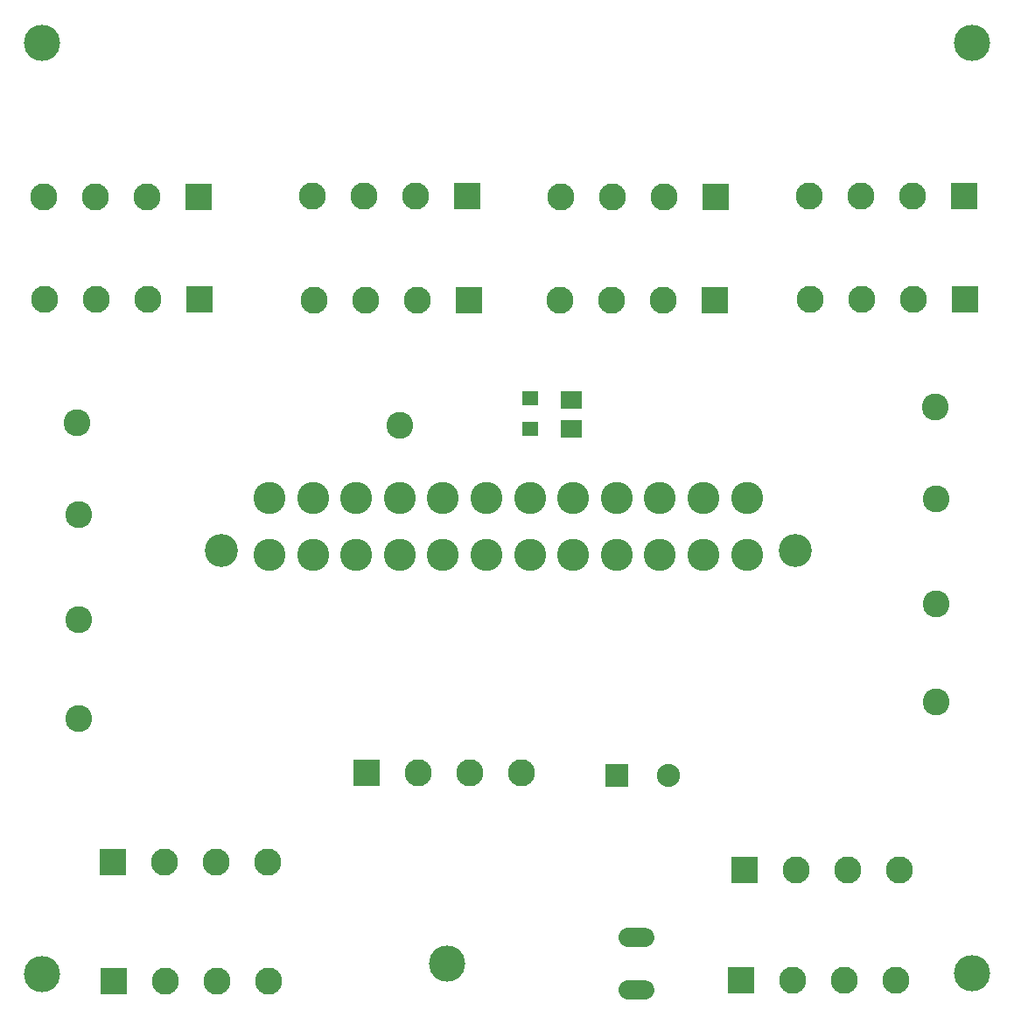
<source format=gts>
G75*
G70*
%OFA0B0*%
%FSLAX24Y24*%
%IPPOS*%
%LPD*%
%AMOC8*
5,1,8,0,0,1.08239X$1,22.5*
%
%ADD10C,0.1222*%
%ADD11C,0.1261*%
%ADD12R,0.1030X0.1030*%
%ADD13C,0.1030*%
%ADD14R,0.0880X0.0880*%
%ADD15C,0.0880*%
%ADD16C,0.0740*%
%ADD17C,0.1380*%
%ADD18R,0.0789X0.0710*%
%ADD19R,0.0631X0.0552*%
%ADD20C,0.1025*%
D10*
X010726Y018209D03*
X012380Y018209D03*
X014033Y018209D03*
X015687Y018209D03*
X017340Y018209D03*
X018994Y018209D03*
X020647Y018209D03*
X022301Y018209D03*
X023954Y018209D03*
X025608Y018209D03*
X027261Y018209D03*
X028915Y018209D03*
X028915Y020374D03*
X027261Y020374D03*
X025608Y020374D03*
X023954Y020374D03*
X022301Y020374D03*
X020647Y020374D03*
X018994Y020374D03*
X017340Y020374D03*
X015687Y020374D03*
X014033Y020374D03*
X012380Y020374D03*
X010726Y020374D03*
D11*
X008876Y018390D03*
X030765Y018390D03*
D12*
X027691Y027913D03*
X027718Y031850D03*
X037183Y031894D03*
X037218Y027961D03*
X018320Y027929D03*
X018269Y031882D03*
X008033Y031850D03*
X008049Y027957D03*
X014411Y009921D03*
X004765Y006528D03*
X004793Y002000D03*
X028702Y002016D03*
X028809Y006205D03*
D13*
X030777Y006205D03*
X032746Y006205D03*
X034714Y006205D03*
X034608Y002016D03*
X032639Y002016D03*
X030671Y002016D03*
X020317Y009921D03*
X018348Y009921D03*
X016380Y009921D03*
X010671Y006528D03*
X008702Y006528D03*
X006734Y006528D03*
X006761Y002000D03*
X008730Y002000D03*
X010698Y002000D03*
X012415Y027929D03*
X014383Y027929D03*
X016352Y027929D03*
X016301Y031882D03*
X014332Y031882D03*
X012364Y031882D03*
X006065Y031850D03*
X004096Y031850D03*
X002128Y031850D03*
X002143Y027957D03*
X004112Y027957D03*
X006080Y027957D03*
X021785Y027913D03*
X023754Y027913D03*
X025722Y027913D03*
X025750Y031850D03*
X023781Y031850D03*
X021813Y031850D03*
X031277Y031894D03*
X033246Y031894D03*
X035214Y031894D03*
X035250Y027961D03*
X033281Y027961D03*
X031313Y027961D03*
D14*
X023950Y009831D03*
D15*
X025919Y009831D03*
D16*
X025036Y003650D02*
X024376Y003650D01*
X024376Y001650D02*
X025036Y001650D01*
D17*
X002069Y002252D03*
X017506Y002650D03*
X037502Y002291D03*
X037502Y037724D03*
X002069Y037724D03*
D18*
X022230Y024130D03*
X022230Y023028D03*
D19*
X020655Y023020D03*
X020655Y024201D03*
D20*
X015691Y023157D03*
X003400Y023242D03*
X003450Y019742D03*
X003450Y015742D03*
X003450Y011992D03*
X036128Y012618D03*
X036128Y016368D03*
X036128Y020368D03*
X036078Y023868D03*
M02*

</source>
